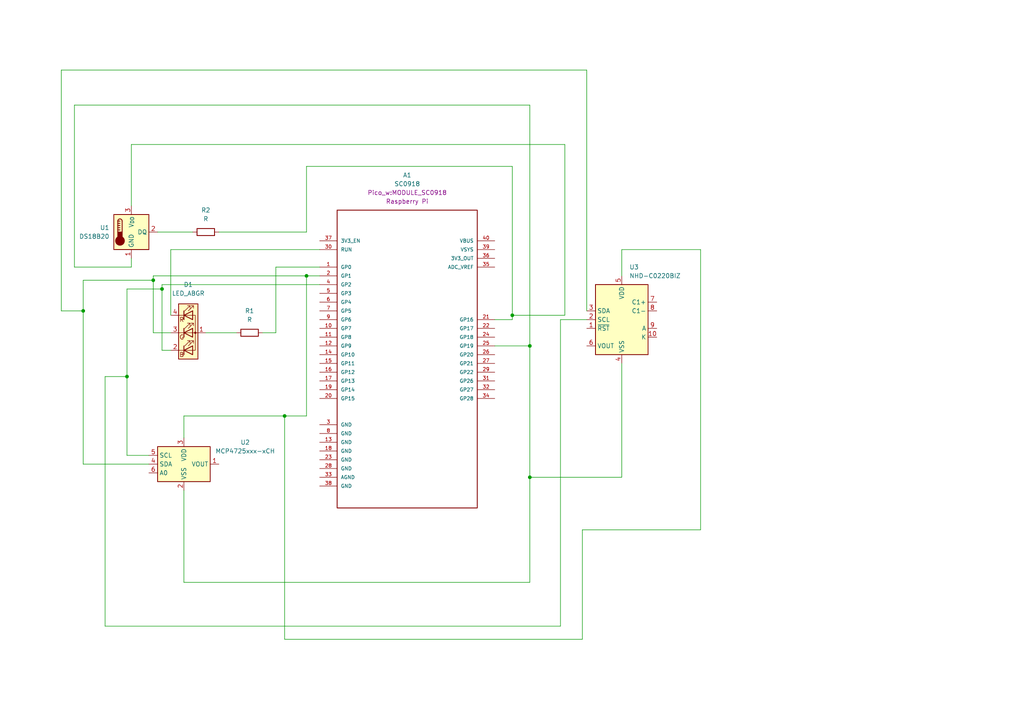
<source format=kicad_sch>
(kicad_sch
	(version 20231120)
	(generator "eeschema")
	(generator_version "8.0")
	(uuid "9bd46895-76e2-40b0-ac67-55dcf9e81cc9")
	(paper "A4")
	(lib_symbols
		(symbol "Analog_DAC:MCP4725xxx-xCH"
			(exclude_from_sim no)
			(in_bom yes)
			(on_board yes)
			(property "Reference" "U"
				(at -6.35 6.35 0)
				(effects
					(font
						(size 1.27 1.27)
					)
				)
			)
			(property "Value" "MCP4725xxx-xCH"
				(at 8.89 6.35 0)
				(effects
					(font
						(size 1.27 1.27)
					)
				)
			)
			(property "Footprint" "Package_TO_SOT_SMD:SOT-23-6"
				(at 0 -6.35 0)
				(effects
					(font
						(size 1.27 1.27)
					)
					(hide yes)
				)
			)
			(property "Datasheet" "http://ww1.microchip.com/downloads/en/DeviceDoc/22039d.pdf"
				(at 0 0 0)
				(effects
					(font
						(size 1.27 1.27)
					)
					(hide yes)
				)
			)
			(property "Description" "12-bit Digital-to-Analog Converter, integrated EEPROM, I2C interface, SOT-23-6"
				(at 0 0 0)
				(effects
					(font
						(size 1.27 1.27)
					)
					(hide yes)
				)
			)
			(property "ki_keywords" "dac twi"
				(at 0 0 0)
				(effects
					(font
						(size 1.27 1.27)
					)
					(hide yes)
				)
			)
			(property "ki_fp_filters" "SOT?23*"
				(at 0 0 0)
				(effects
					(font
						(size 1.27 1.27)
					)
					(hide yes)
				)
			)
			(symbol "MCP4725xxx-xCH_0_1"
				(rectangle
					(start -7.62 5.08)
					(end 7.62 -5.08)
					(stroke
						(width 0.254)
						(type default)
					)
					(fill
						(type background)
					)
				)
			)
			(symbol "MCP4725xxx-xCH_1_1"
				(pin output line
					(at 10.16 0 180)
					(length 2.54)
					(name "VOUT"
						(effects
							(font
								(size 1.27 1.27)
							)
						)
					)
					(number "1"
						(effects
							(font
								(size 1.27 1.27)
							)
						)
					)
				)
				(pin power_in line
					(at 0 -7.62 90)
					(length 2.54)
					(name "VSS"
						(effects
							(font
								(size 1.27 1.27)
							)
						)
					)
					(number "2"
						(effects
							(font
								(size 1.27 1.27)
							)
						)
					)
				)
				(pin power_in line
					(at 0 7.62 270)
					(length 2.54)
					(name "VDD"
						(effects
							(font
								(size 1.27 1.27)
							)
						)
					)
					(number "3"
						(effects
							(font
								(size 1.27 1.27)
							)
						)
					)
				)
				(pin bidirectional line
					(at -10.16 0 0)
					(length 2.54)
					(name "SDA"
						(effects
							(font
								(size 1.27 1.27)
							)
						)
					)
					(number "4"
						(effects
							(font
								(size 1.27 1.27)
							)
						)
					)
				)
				(pin input line
					(at -10.16 2.54 0)
					(length 2.54)
					(name "SCL"
						(effects
							(font
								(size 1.27 1.27)
							)
						)
					)
					(number "5"
						(effects
							(font
								(size 1.27 1.27)
							)
						)
					)
				)
				(pin input line
					(at -10.16 -2.54 0)
					(length 2.54)
					(name "A0"
						(effects
							(font
								(size 1.27 1.27)
							)
						)
					)
					(number "6"
						(effects
							(font
								(size 1.27 1.27)
							)
						)
					)
				)
			)
		)
		(symbol "Device:LED_ABGR"
			(pin_names
				(offset 0) hide)
			(exclude_from_sim no)
			(in_bom yes)
			(on_board yes)
			(property "Reference" "D"
				(at 0 9.398 0)
				(effects
					(font
						(size 1.27 1.27)
					)
				)
			)
			(property "Value" "LED_ABGR"
				(at 0 -8.89 0)
				(effects
					(font
						(size 1.27 1.27)
					)
				)
			)
			(property "Footprint" ""
				(at 0 -1.27 0)
				(effects
					(font
						(size 1.27 1.27)
					)
					(hide yes)
				)
			)
			(property "Datasheet" "~"
				(at 0 -1.27 0)
				(effects
					(font
						(size 1.27 1.27)
					)
					(hide yes)
				)
			)
			(property "Description" "RGB LED, anode/blue/green/red"
				(at 0 0 0)
				(effects
					(font
						(size 1.27 1.27)
					)
					(hide yes)
				)
			)
			(property "ki_keywords" "LED RGB diode"
				(at 0 0 0)
				(effects
					(font
						(size 1.27 1.27)
					)
					(hide yes)
				)
			)
			(property "ki_fp_filters" "LED* LED_SMD:* LED_THT:*"
				(at 0 0 0)
				(effects
					(font
						(size 1.27 1.27)
					)
					(hide yes)
				)
			)
			(symbol "LED_ABGR_0_0"
				(text "B"
					(at -1.905 -6.35 0)
					(effects
						(font
							(size 1.27 1.27)
						)
					)
				)
				(text "G"
					(at -1.905 -1.27 0)
					(effects
						(font
							(size 1.27 1.27)
						)
					)
				)
				(text "R"
					(at -1.905 3.81 0)
					(effects
						(font
							(size 1.27 1.27)
						)
					)
				)
			)
			(symbol "LED_ABGR_0_1"
				(polyline
					(pts
						(xy -1.27 -5.08) (xy -2.54 -5.08)
					)
					(stroke
						(width 0)
						(type default)
					)
					(fill
						(type none)
					)
				)
				(polyline
					(pts
						(xy -1.27 -5.08) (xy 1.27 -5.08)
					)
					(stroke
						(width 0)
						(type default)
					)
					(fill
						(type none)
					)
				)
				(polyline
					(pts
						(xy -1.27 -3.81) (xy -1.27 -6.35)
					)
					(stroke
						(width 0.254)
						(type default)
					)
					(fill
						(type none)
					)
				)
				(polyline
					(pts
						(xy -1.27 0) (xy -2.54 0)
					)
					(stroke
						(width 0)
						(type default)
					)
					(fill
						(type none)
					)
				)
				(polyline
					(pts
						(xy -1.27 1.27) (xy -1.27 -1.27)
					)
					(stroke
						(width 0.254)
						(type default)
					)
					(fill
						(type none)
					)
				)
				(polyline
					(pts
						(xy -1.27 5.08) (xy -2.54 5.08)
					)
					(stroke
						(width 0)
						(type default)
					)
					(fill
						(type none)
					)
				)
				(polyline
					(pts
						(xy -1.27 5.08) (xy 1.27 5.08)
					)
					(stroke
						(width 0)
						(type default)
					)
					(fill
						(type none)
					)
				)
				(polyline
					(pts
						(xy -1.27 6.35) (xy -1.27 3.81)
					)
					(stroke
						(width 0.254)
						(type default)
					)
					(fill
						(type none)
					)
				)
				(polyline
					(pts
						(xy 1.27 0) (xy -1.27 0)
					)
					(stroke
						(width 0)
						(type default)
					)
					(fill
						(type none)
					)
				)
				(polyline
					(pts
						(xy 1.27 0) (xy 2.54 0)
					)
					(stroke
						(width 0)
						(type default)
					)
					(fill
						(type none)
					)
				)
				(polyline
					(pts
						(xy -1.27 1.27) (xy -1.27 -1.27) (xy -1.27 -1.27)
					)
					(stroke
						(width 0)
						(type default)
					)
					(fill
						(type none)
					)
				)
				(polyline
					(pts
						(xy -1.27 6.35) (xy -1.27 3.81) (xy -1.27 3.81)
					)
					(stroke
						(width 0)
						(type default)
					)
					(fill
						(type none)
					)
				)
				(polyline
					(pts
						(xy 1.27 -5.08) (xy 2.032 -5.08) (xy 2.032 5.08) (xy 1.27 5.08)
					)
					(stroke
						(width 0)
						(type default)
					)
					(fill
						(type none)
					)
				)
				(polyline
					(pts
						(xy 1.27 -3.81) (xy 1.27 -6.35) (xy -1.27 -5.08) (xy 1.27 -3.81)
					)
					(stroke
						(width 0.254)
						(type default)
					)
					(fill
						(type none)
					)
				)
				(polyline
					(pts
						(xy 1.27 1.27) (xy 1.27 -1.27) (xy -1.27 0) (xy 1.27 1.27)
					)
					(stroke
						(width 0.254)
						(type default)
					)
					(fill
						(type none)
					)
				)
				(polyline
					(pts
						(xy 1.27 6.35) (xy 1.27 3.81) (xy -1.27 5.08) (xy 1.27 6.35)
					)
					(stroke
						(width 0.254)
						(type default)
					)
					(fill
						(type none)
					)
				)
				(polyline
					(pts
						(xy -1.016 -3.81) (xy 0.508 -2.286) (xy -0.254 -2.286) (xy 0.508 -2.286) (xy 0.508 -3.048)
					)
					(stroke
						(width 0)
						(type default)
					)
					(fill
						(type none)
					)
				)
				(polyline
					(pts
						(xy -1.016 1.27) (xy 0.508 2.794) (xy -0.254 2.794) (xy 0.508 2.794) (xy 0.508 2.032)
					)
					(stroke
						(width 0)
						(type default)
					)
					(fill
						(type none)
					)
				)
				(polyline
					(pts
						(xy -1.016 6.35) (xy 0.508 7.874) (xy -0.254 7.874) (xy 0.508 7.874) (xy 0.508 7.112)
					)
					(stroke
						(width 0)
						(type default)
					)
					(fill
						(type none)
					)
				)
				(polyline
					(pts
						(xy 0 -3.81) (xy 1.524 -2.286) (xy 0.762 -2.286) (xy 1.524 -2.286) (xy 1.524 -3.048)
					)
					(stroke
						(width 0)
						(type default)
					)
					(fill
						(type none)
					)
				)
				(polyline
					(pts
						(xy 0 1.27) (xy 1.524 2.794) (xy 0.762 2.794) (xy 1.524 2.794) (xy 1.524 2.032)
					)
					(stroke
						(width 0)
						(type default)
					)
					(fill
						(type none)
					)
				)
				(polyline
					(pts
						(xy 0 6.35) (xy 1.524 7.874) (xy 0.762 7.874) (xy 1.524 7.874) (xy 1.524 7.112)
					)
					(stroke
						(width 0)
						(type default)
					)
					(fill
						(type none)
					)
				)
				(rectangle
					(start 1.27 -1.27)
					(end 1.27 1.27)
					(stroke
						(width 0)
						(type default)
					)
					(fill
						(type none)
					)
				)
				(rectangle
					(start 1.27 1.27)
					(end 1.27 1.27)
					(stroke
						(width 0)
						(type default)
					)
					(fill
						(type none)
					)
				)
				(rectangle
					(start 1.27 3.81)
					(end 1.27 6.35)
					(stroke
						(width 0)
						(type default)
					)
					(fill
						(type none)
					)
				)
				(rectangle
					(start 1.27 6.35)
					(end 1.27 6.35)
					(stroke
						(width 0)
						(type default)
					)
					(fill
						(type none)
					)
				)
				(circle
					(center 2.032 0)
					(radius 0.254)
					(stroke
						(width 0)
						(type default)
					)
					(fill
						(type outline)
					)
				)
				(rectangle
					(start 2.794 8.382)
					(end -2.794 -7.62)
					(stroke
						(width 0.254)
						(type default)
					)
					(fill
						(type background)
					)
				)
			)
			(symbol "LED_ABGR_1_1"
				(pin passive line
					(at 5.08 0 180)
					(length 2.54)
					(name "A"
						(effects
							(font
								(size 1.27 1.27)
							)
						)
					)
					(number "1"
						(effects
							(font
								(size 1.27 1.27)
							)
						)
					)
				)
				(pin passive line
					(at -5.08 -5.08 0)
					(length 2.54)
					(name "BK"
						(effects
							(font
								(size 1.27 1.27)
							)
						)
					)
					(number "2"
						(effects
							(font
								(size 1.27 1.27)
							)
						)
					)
				)
				(pin passive line
					(at -5.08 0 0)
					(length 2.54)
					(name "GK"
						(effects
							(font
								(size 1.27 1.27)
							)
						)
					)
					(number "3"
						(effects
							(font
								(size 1.27 1.27)
							)
						)
					)
				)
				(pin passive line
					(at -5.08 5.08 0)
					(length 2.54)
					(name "RK"
						(effects
							(font
								(size 1.27 1.27)
							)
						)
					)
					(number "4"
						(effects
							(font
								(size 1.27 1.27)
							)
						)
					)
				)
			)
		)
		(symbol "Device:R"
			(pin_numbers hide)
			(pin_names
				(offset 0)
			)
			(exclude_from_sim no)
			(in_bom yes)
			(on_board yes)
			(property "Reference" "R"
				(at 2.032 0 90)
				(effects
					(font
						(size 1.27 1.27)
					)
				)
			)
			(property "Value" "R"
				(at 0 0 90)
				(effects
					(font
						(size 1.27 1.27)
					)
				)
			)
			(property "Footprint" ""
				(at -1.778 0 90)
				(effects
					(font
						(size 1.27 1.27)
					)
					(hide yes)
				)
			)
			(property "Datasheet" "~"
				(at 0 0 0)
				(effects
					(font
						(size 1.27 1.27)
					)
					(hide yes)
				)
			)
			(property "Description" "Resistor"
				(at 0 0 0)
				(effects
					(font
						(size 1.27 1.27)
					)
					(hide yes)
				)
			)
			(property "ki_keywords" "R res resistor"
				(at 0 0 0)
				(effects
					(font
						(size 1.27 1.27)
					)
					(hide yes)
				)
			)
			(property "ki_fp_filters" "R_*"
				(at 0 0 0)
				(effects
					(font
						(size 1.27 1.27)
					)
					(hide yes)
				)
			)
			(symbol "R_0_1"
				(rectangle
					(start -1.016 -2.54)
					(end 1.016 2.54)
					(stroke
						(width 0.254)
						(type default)
					)
					(fill
						(type none)
					)
				)
			)
			(symbol "R_1_1"
				(pin passive line
					(at 0 3.81 270)
					(length 1.27)
					(name "~"
						(effects
							(font
								(size 1.27 1.27)
							)
						)
					)
					(number "1"
						(effects
							(font
								(size 1.27 1.27)
							)
						)
					)
				)
				(pin passive line
					(at 0 -3.81 90)
					(length 1.27)
					(name "~"
						(effects
							(font
								(size 1.27 1.27)
							)
						)
					)
					(number "2"
						(effects
							(font
								(size 1.27 1.27)
							)
						)
					)
				)
			)
		)
		(symbol "Display_Character:NHD-C0220BIZ"
			(exclude_from_sim no)
			(in_bom yes)
			(on_board yes)
			(property "Reference" "U"
				(at -6.35 11.43 0)
				(effects
					(font
						(size 1.27 1.27)
					)
				)
			)
			(property "Value" "NHD-C0220BIZ"
				(at 8.89 11.43 0)
				(effects
					(font
						(size 1.27 1.27)
					)
				)
			)
			(property "Footprint" "Display:NHD-C0220BiZ"
				(at 0 -15.24 0)
				(effects
					(font
						(size 1.27 1.27)
					)
					(hide yes)
				)
			)
			(property "Datasheet" "http://www.newhavendisplay.com/specs/NHD-C0220BiZ-FSW-FBW-3V3M.pdf"
				(at -7.62 15.24 0)
				(effects
					(font
						(size 1.27 1.27)
					)
					(hide yes)
				)
			)
			(property "Description" "LCD 20x2 Alphanumeric 10pin Blue/White/Green Backlight, i2c, 3.3V VDD"
				(at 0 0 0)
				(effects
					(font
						(size 1.27 1.27)
					)
					(hide yes)
				)
			)
			(property "ki_keywords" "display LCD 20x2"
				(at 0 0 0)
				(effects
					(font
						(size 1.27 1.27)
					)
					(hide yes)
				)
			)
			(property "ki_fp_filters" "NHD*C0220BiZ*"
				(at 0 0 0)
				(effects
					(font
						(size 1.27 1.27)
					)
					(hide yes)
				)
			)
			(symbol "NHD-C0220BIZ_0_1"
				(rectangle
					(start -7.62 10.16)
					(end 7.62 -10.16)
					(stroke
						(width 0.254)
						(type default)
					)
					(fill
						(type background)
					)
				)
			)
			(symbol "NHD-C0220BIZ_1_1"
				(pin input line
					(at -10.16 -2.54 0)
					(length 2.54)
					(name "~{RST}"
						(effects
							(font
								(size 1.27 1.27)
							)
						)
					)
					(number "1"
						(effects
							(font
								(size 1.27 1.27)
							)
						)
					)
				)
				(pin passive line
					(at 10.16 -5.08 180)
					(length 2.54)
					(name "K"
						(effects
							(font
								(size 1.27 1.27)
							)
						)
					)
					(number "10"
						(effects
							(font
								(size 1.27 1.27)
							)
						)
					)
				)
				(pin input line
					(at -10.16 0 0)
					(length 2.54)
					(name "SCL"
						(effects
							(font
								(size 1.27 1.27)
							)
						)
					)
					(number "2"
						(effects
							(font
								(size 1.27 1.27)
							)
						)
					)
				)
				(pin bidirectional line
					(at -10.16 2.54 0)
					(length 2.54)
					(name "SDA"
						(effects
							(font
								(size 1.27 1.27)
							)
						)
					)
					(number "3"
						(effects
							(font
								(size 1.27 1.27)
							)
						)
					)
				)
				(pin power_in line
					(at 0 -12.7 90)
					(length 2.54)
					(name "VSS"
						(effects
							(font
								(size 1.27 1.27)
							)
						)
					)
					(number "4"
						(effects
							(font
								(size 1.27 1.27)
							)
						)
					)
				)
				(pin power_in line
					(at 0 12.7 270)
					(length 2.54)
					(name "VDD"
						(effects
							(font
								(size 1.27 1.27)
							)
						)
					)
					(number "5"
						(effects
							(font
								(size 1.27 1.27)
							)
						)
					)
				)
				(pin passive line
					(at -10.16 -7.62 0)
					(length 2.54)
					(name "VOUT"
						(effects
							(font
								(size 1.27 1.27)
							)
						)
					)
					(number "6"
						(effects
							(font
								(size 1.27 1.27)
							)
						)
					)
				)
				(pin passive line
					(at 10.16 5.08 180)
					(length 2.54)
					(name "C1+"
						(effects
							(font
								(size 1.27 1.27)
							)
						)
					)
					(number "7"
						(effects
							(font
								(size 1.27 1.27)
							)
						)
					)
				)
				(pin passive line
					(at 10.16 2.54 180)
					(length 2.54)
					(name "C1-"
						(effects
							(font
								(size 1.27 1.27)
							)
						)
					)
					(number "8"
						(effects
							(font
								(size 1.27 1.27)
							)
						)
					)
				)
				(pin passive line
					(at 10.16 -2.54 180)
					(length 2.54)
					(name "A"
						(effects
							(font
								(size 1.27 1.27)
							)
						)
					)
					(number "9"
						(effects
							(font
								(size 1.27 1.27)
							)
						)
					)
				)
			)
		)
		(symbol "Pico_w:SC0918"
			(pin_names
				(offset 1.016)
			)
			(exclude_from_sim no)
			(in_bom yes)
			(on_board yes)
			(property "Reference" "A1"
				(at 0 58.42 0)
				(effects
					(font
						(size 1.27 1.27)
					)
				)
			)
			(property "Value" "SC0918"
				(at 0 55.88 0)
				(effects
					(font
						(size 1.27 1.27)
					)
				)
			)
			(property "Footprint" "Pico_w:MODULE_SC0918"
				(at -12.7 -46.99 0)
				(effects
					(font
						(size 1.27 1.27)
					)
					(justify bottom)
				)
			)
			(property "Datasheet" "https://datasheets.raspberrypi.com/picow/pico-w-datasheet.pdf"
				(at -26.67 -49.53 0)
				(effects
					(font
						(size 1.27 1.27)
					)
					(justify left bottom)
					(hide yes)
				)
			)
			(property "Description" ""
				(at 0 0 0)
				(effects
					(font
						(size 1.27 1.27)
					)
					(hide yes)
				)
			)
			(property "manufacturer" "Raspberry Pi"
				(at 0 53.34 0)
				(effects
					(font
						(size 1.27 1.27)
					)
				)
			)
			(property "P/N" "SC0918"
				(at 0 50.8 0)
				(effects
					(font
						(size 1.27 1.27)
					)
					(hide yes)
				)
			)
			(property "PARTREV" "1.6"
				(at 0 48.26 0)
				(effects
					(font
						(size 1.27 1.27)
					)
					(hide yes)
				)
			)
			(property "MAXIMUM_PACKAGE_HEIGHT" "3.73mm"
				(at 0 45.72 0)
				(effects
					(font
						(size 1.27 1.27)
					)
					(hide yes)
				)
			)
			(symbol "SC0918_0_0"
				(rectangle
					(start -20.32 -43.18)
					(end 20.32 43.18)
					(stroke
						(width 0.254)
						(type default)
					)
					(fill
						(type none)
					)
				)
				(pin bidirectional line
					(at -25.4 26.67 0)
					(length 5.08)
					(name "GP0"
						(effects
							(font
								(size 1.016 1.016)
							)
						)
					)
					(number "1"
						(effects
							(font
								(size 1.016 1.016)
							)
						)
					)
				)
				(pin bidirectional line
					(at -25.4 8.89 0)
					(length 5.08)
					(name "GP7"
						(effects
							(font
								(size 1.016 1.016)
							)
						)
					)
					(number "10"
						(effects
							(font
								(size 1.016 1.016)
							)
						)
					)
				)
				(pin bidirectional line
					(at -25.4 6.35 0)
					(length 5.08)
					(name "GP8"
						(effects
							(font
								(size 1.016 1.016)
							)
						)
					)
					(number "11"
						(effects
							(font
								(size 1.016 1.016)
							)
						)
					)
				)
				(pin bidirectional line
					(at -25.4 3.81 0)
					(length 5.08)
					(name "GP9"
						(effects
							(font
								(size 1.016 1.016)
							)
						)
					)
					(number "12"
						(effects
							(font
								(size 1.016 1.016)
							)
						)
					)
				)
				(pin power_in line
					(at -25.4 -24.13 0)
					(length 5.08)
					(name "GND"
						(effects
							(font
								(size 1.016 1.016)
							)
						)
					)
					(number "13"
						(effects
							(font
								(size 1.016 1.016)
							)
						)
					)
				)
				(pin bidirectional line
					(at -25.4 1.27 0)
					(length 5.08)
					(name "GP10"
						(effects
							(font
								(size 1.016 1.016)
							)
						)
					)
					(number "14"
						(effects
							(font
								(size 1.016 1.016)
							)
						)
					)
				)
				(pin bidirectional line
					(at -25.4 -1.27 0)
					(length 5.08)
					(name "GP11"
						(effects
							(font
								(size 1.016 1.016)
							)
						)
					)
					(number "15"
						(effects
							(font
								(size 1.016 1.016)
							)
						)
					)
				)
				(pin bidirectional line
					(at -25.4 -3.81 0)
					(length 5.08)
					(name "GP12"
						(effects
							(font
								(size 1.016 1.016)
							)
						)
					)
					(number "16"
						(effects
							(font
								(size 1.016 1.016)
							)
						)
					)
				)
				(pin bidirectional line
					(at -25.4 -6.35 0)
					(length 5.08)
					(name "GP13"
						(effects
							(font
								(size 1.016 1.016)
							)
						)
					)
					(number "17"
						(effects
							(font
								(size 1.016 1.016)
							)
						)
					)
				)
				(pin power_in line
					(at -25.4 -26.67 0)
					(length 5.08)
					(name "GND"
						(effects
							(font
								(size 1.016 1.016)
							)
						)
					)
					(number "18"
						(effects
							(font
								(size 1.016 1.016)
							)
						)
					)
				)
				(pin bidirectional line
					(at -25.4 -8.89 0)
					(length 5.08)
					(name "GP14"
						(effects
							(font
								(size 1.016 1.016)
							)
						)
					)
					(number "19"
						(effects
							(font
								(size 1.016 1.016)
							)
						)
					)
				)
				(pin bidirectional line
					(at -25.4 24.13 0)
					(length 5.08)
					(name "GP1"
						(effects
							(font
								(size 1.016 1.016)
							)
						)
					)
					(number "2"
						(effects
							(font
								(size 1.016 1.016)
							)
						)
					)
				)
				(pin bidirectional line
					(at -25.4 -11.43 0)
					(length 5.08)
					(name "GP15"
						(effects
							(font
								(size 1.016 1.016)
							)
						)
					)
					(number "20"
						(effects
							(font
								(size 1.016 1.016)
							)
						)
					)
				)
				(pin bidirectional line
					(at 25.4 11.43 180)
					(length 5.08)
					(name "GP16"
						(effects
							(font
								(size 1.016 1.016)
							)
						)
					)
					(number "21"
						(effects
							(font
								(size 1.016 1.016)
							)
						)
					)
				)
				(pin bidirectional line
					(at 25.4 8.89 180)
					(length 5.08)
					(name "GP17"
						(effects
							(font
								(size 1.016 1.016)
							)
						)
					)
					(number "22"
						(effects
							(font
								(size 1.016 1.016)
							)
						)
					)
				)
				(pin power_in line
					(at -25.4 -29.21 0)
					(length 5.08)
					(name "GND"
						(effects
							(font
								(size 1.016 1.016)
							)
						)
					)
					(number "23"
						(effects
							(font
								(size 1.016 1.016)
							)
						)
					)
				)
				(pin bidirectional line
					(at 25.4 6.35 180)
					(length 5.08)
					(name "GP18"
						(effects
							(font
								(size 1.016 1.016)
							)
						)
					)
					(number "24"
						(effects
							(font
								(size 1.016 1.016)
							)
						)
					)
				)
				(pin bidirectional line
					(at 25.4 3.81 180)
					(length 5.08)
					(name "GP19"
						(effects
							(font
								(size 1.016 1.016)
							)
						)
					)
					(number "25"
						(effects
							(font
								(size 1.016 1.016)
							)
						)
					)
				)
				(pin bidirectional line
					(at 25.4 1.27 180)
					(length 5.08)
					(name "GP20"
						(effects
							(font
								(size 1.016 1.016)
							)
						)
					)
					(number "26"
						(effects
							(font
								(size 1.016 1.016)
							)
						)
					)
				)
				(pin bidirectional line
					(at 25.4 -1.27 180)
					(length 5.08)
					(name "GP21"
						(effects
							(font
								(size 1.016 1.016)
							)
						)
					)
					(number "27"
						(effects
							(font
								(size 1.016 1.016)
							)
						)
					)
				)
				(pin power_in line
					(at -25.4 -31.75 0)
					(length 5.08)
					(name "GND"
						(effects
							(font
								(size 1.016 1.016)
							)
						)
					)
					(number "28"
						(effects
							(font
								(size 1.016 1.016)
							)
						)
					)
				)
				(pin bidirectional line
					(at 25.4 -3.81 180)
					(length 5.08)
					(name "GP22"
						(effects
							(font
								(size 1.016 1.016)
							)
						)
					)
					(number "29"
						(effects
							(font
								(size 1.016 1.016)
							)
						)
					)
				)
				(pin power_in line
					(at -25.4 -19.05 0)
					(length 5.08)
					(name "GND"
						(effects
							(font
								(size 1.016 1.016)
							)
						)
					)
					(number "3"
						(effects
							(font
								(size 1.016 1.016)
							)
						)
					)
				)
				(pin input line
					(at -25.4 31.75 0)
					(length 5.08)
					(name "RUN"
						(effects
							(font
								(size 1.016 1.016)
							)
						)
					)
					(number "30"
						(effects
							(font
								(size 1.016 1.016)
							)
						)
					)
				)
				(pin bidirectional line
					(at 25.4 -6.35 180)
					(length 5.08)
					(name "GP26"
						(effects
							(font
								(size 1.016 1.016)
							)
						)
					)
					(number "31"
						(effects
							(font
								(size 1.016 1.016)
							)
						)
					)
				)
				(pin bidirectional line
					(at 25.4 -8.89 180)
					(length 5.08)
					(name "GP27"
						(effects
							(font
								(size 1.016 1.016)
							)
						)
					)
					(number "32"
						(effects
							(font
								(size 1.016 1.016)
							)
						)
					)
				)
				(pin power_in line
					(at -25.4 -34.29 0)
					(length 5.08)
					(name "AGND"
						(effects
							(font
								(size 1.016 1.016)
							)
						)
					)
					(number "33"
						(effects
							(font
								(size 1.016 1.016)
							)
						)
					)
				)
				(pin bidirectional line
					(at 25.4 -11.43 180)
					(length 5.08)
					(name "GP28"
						(effects
							(font
								(size 1.016 1.016)
							)
						)
					)
					(number "34"
						(effects
							(font
								(size 1.016 1.016)
							)
						)
					)
				)
				(pin power_in line
					(at 25.4 26.67 180)
					(length 5.08)
					(name "ADC_VREF"
						(effects
							(font
								(size 1.016 1.016)
							)
						)
					)
					(number "35"
						(effects
							(font
								(size 1.016 1.016)
							)
						)
					)
				)
				(pin power_in line
					(at 25.4 29.21 180)
					(length 5.08)
					(name "3V3_OUT"
						(effects
							(font
								(size 1.016 1.016)
							)
						)
					)
					(number "36"
						(effects
							(font
								(size 1.016 1.016)
							)
						)
					)
				)
				(pin input line
					(at -25.4 34.29 0)
					(length 5.08)
					(name "3V3_EN"
						(effects
							(font
								(size 1.016 1.016)
							)
						)
					)
					(number "37"
						(effects
							(font
								(size 1.016 1.016)
							)
						)
					)
				)
				(pin power_in line
					(at -25.4 -36.83 0)
					(length 5.08)
					(name "GND"
						(effects
							(font
								(size 1.016 1.016)
							)
						)
					)
					(number "38"
						(effects
							(font
								(size 1.016 1.016)
							)
						)
					)
				)
				(pin free line
					(at 25.4 31.75 180)
					(length 5.08)
					(name "VSYS"
						(effects
							(font
								(size 1.016 1.016)
							)
						)
					)
					(number "39"
						(effects
							(font
								(size 1.016 1.016)
							)
						)
					)
				)
				(pin bidirectional line
					(at -25.4 21.59 0)
					(length 5.08)
					(name "GP2"
						(effects
							(font
								(size 1.016 1.016)
							)
						)
					)
					(number "4"
						(effects
							(font
								(size 1.016 1.016)
							)
						)
					)
				)
				(pin free line
					(at 25.4 34.29 180)
					(length 5.08)
					(name "VBUS"
						(effects
							(font
								(size 1.016 1.016)
							)
						)
					)
					(number "40"
						(effects
							(font
								(size 1.016 1.016)
							)
						)
					)
				)
				(pin bidirectional line
					(at -25.4 19.05 0)
					(length 5.08)
					(name "GP3"
						(effects
							(font
								(size 1.016 1.016)
							)
						)
					)
					(number "5"
						(effects
							(font
								(size 1.016 1.016)
							)
						)
					)
				)
				(pin bidirectional line
					(at -25.4 16.51 0)
					(length 5.08)
					(name "GP4"
						(effects
							(font
								(size 1.016 1.016)
							)
						)
					)
					(number "6"
						(effects
							(font
								(size 1.016 1.016)
							)
						)
					)
				)
				(pin bidirectional line
					(at -25.4 13.97 0)
					(length 5.08)
					(name "GP5"
						(effects
							(font
								(size 1.016 1.016)
							)
						)
					)
					(number "7"
						(effects
							(font
								(size 1.016 1.016)
							)
						)
					)
				)
				(pin power_in line
					(at -25.4 -21.59 0)
					(length 5.08)
					(name "GND"
						(effects
							(font
								(size 1.016 1.016)
							)
						)
					)
					(number "8"
						(effects
							(font
								(size 1.016 1.016)
							)
						)
					)
				)
				(pin bidirectional line
					(at -25.4 11.43 0)
					(length 5.08)
					(name "GP6"
						(effects
							(font
								(size 1.016 1.016)
							)
						)
					)
					(number "9"
						(effects
							(font
								(size 1.016 1.016)
							)
						)
					)
				)
			)
		)
		(symbol "Sensor_Temperature:DS18B20"
			(exclude_from_sim no)
			(in_bom yes)
			(on_board yes)
			(property "Reference" "U"
				(at -3.81 6.35 0)
				(effects
					(font
						(size 1.27 1.27)
					)
				)
			)
			(property "Value" "DS18B20"
				(at 6.35 6.35 0)
				(effects
					(font
						(size 1.27 1.27)
					)
				)
			)
			(property "Footprint" "Package_TO_SOT_THT:TO-92_Inline"
				(at -25.4 -6.35 0)
				(effects
					(font
						(size 1.27 1.27)
					)
					(hide yes)
				)
			)
			(property "Datasheet" "http://datasheets.maximintegrated.com/en/ds/DS18B20.pdf"
				(at -3.81 6.35 0)
				(effects
					(font
						(size 1.27 1.27)
					)
					(hide yes)
				)
			)
			(property "Description" "Programmable Resolution 1-Wire Digital Thermometer TO-92"
				(at 0 0 0)
				(effects
					(font
						(size 1.27 1.27)
					)
					(hide yes)
				)
			)
			(property "ki_keywords" "OneWire 1Wire Dallas Maxim"
				(at 0 0 0)
				(effects
					(font
						(size 1.27 1.27)
					)
					(hide yes)
				)
			)
			(property "ki_fp_filters" "TO*92*"
				(at 0 0 0)
				(effects
					(font
						(size 1.27 1.27)
					)
					(hide yes)
				)
			)
			(symbol "DS18B20_0_1"
				(rectangle
					(start -5.08 5.08)
					(end 5.08 -5.08)
					(stroke
						(width 0.254)
						(type default)
					)
					(fill
						(type background)
					)
				)
				(circle
					(center -3.302 -2.54)
					(radius 1.27)
					(stroke
						(width 0.254)
						(type default)
					)
					(fill
						(type outline)
					)
				)
				(rectangle
					(start -2.667 -1.905)
					(end -3.937 0)
					(stroke
						(width 0.254)
						(type default)
					)
					(fill
						(type outline)
					)
				)
				(arc
					(start -2.667 3.175)
					(mid -3.302 3.8073)
					(end -3.937 3.175)
					(stroke
						(width 0.254)
						(type default)
					)
					(fill
						(type none)
					)
				)
				(polyline
					(pts
						(xy -3.937 0.635) (xy -3.302 0.635)
					)
					(stroke
						(width 0.254)
						(type default)
					)
					(fill
						(type none)
					)
				)
				(polyline
					(pts
						(xy -3.937 1.27) (xy -3.302 1.27)
					)
					(stroke
						(width 0.254)
						(type default)
					)
					(fill
						(type none)
					)
				)
				(polyline
					(pts
						(xy -3.937 1.905) (xy -3.302 1.905)
					)
					(stroke
						(width 0.254)
						(type default)
					)
					(fill
						(type none)
					)
				)
				(polyline
					(pts
						(xy -3.937 2.54) (xy -3.302 2.54)
					)
					(stroke
						(width 0.254)
						(type default)
					)
					(fill
						(type none)
					)
				)
				(polyline
					(pts
						(xy -3.937 3.175) (xy -3.937 0)
					)
					(stroke
						(width 0.254)
						(type default)
					)
					(fill
						(type none)
					)
				)
				(polyline
					(pts
						(xy -3.937 3.175) (xy -3.302 3.175)
					)
					(stroke
						(width 0.254)
						(type default)
					)
					(fill
						(type none)
					)
				)
				(polyline
					(pts
						(xy -2.667 3.175) (xy -2.667 0)
					)
					(stroke
						(width 0.254)
						(type default)
					)
					(fill
						(type none)
					)
				)
			)
			(symbol "DS18B20_1_1"
				(pin power_in line
					(at 0 -7.62 90)
					(length 2.54)
					(name "GND"
						(effects
							(font
								(size 1.27 1.27)
							)
						)
					)
					(number "1"
						(effects
							(font
								(size 1.27 1.27)
							)
						)
					)
				)
				(pin bidirectional line
					(at 7.62 0 180)
					(length 2.54)
					(name "DQ"
						(effects
							(font
								(size 1.27 1.27)
							)
						)
					)
					(number "2"
						(effects
							(font
								(size 1.27 1.27)
							)
						)
					)
				)
				(pin power_in line
					(at 0 7.62 270)
					(length 2.54)
					(name "V_{DD}"
						(effects
							(font
								(size 1.27 1.27)
							)
						)
					)
					(number "3"
						(effects
							(font
								(size 1.27 1.27)
							)
						)
					)
				)
			)
		)
	)
	(junction
		(at 36.83 109.22)
		(diameter 0)
		(color 0 0 0 0)
		(uuid "1d0ae9d5-c1e3-4286-8027-5497a1aa8792")
	)
	(junction
		(at 88.9 80.01)
		(diameter 0)
		(color 0 0 0 0)
		(uuid "1ea576f3-df2b-469a-982e-8837be1ed840")
	)
	(junction
		(at 44.45 81.28)
		(diameter 0)
		(color 0 0 0 0)
		(uuid "22c81aad-412e-4304-8122-8ba71b45c8e6")
	)
	(junction
		(at 153.67 138.43)
		(diameter 0)
		(color 0 0 0 0)
		(uuid "45cb8d4b-1252-43e7-b3fc-1c2b5786fae1")
	)
	(junction
		(at 153.67 100.33)
		(diameter 0)
		(color 0 0 0 0)
		(uuid "9850151d-8398-4d3d-80e9-6fd064245dbe")
	)
	(junction
		(at 82.55 120.65)
		(diameter 0)
		(color 0 0 0 0)
		(uuid "be9b8c74-23ab-486f-98fe-a300f231f376")
	)
	(junction
		(at 148.59 91.44)
		(diameter 0)
		(color 0 0 0 0)
		(uuid "c91383a1-1a07-4add-83b6-c677823f22a4")
	)
	(junction
		(at 24.13 90.17)
		(diameter 0)
		(color 0 0 0 0)
		(uuid "d92ae58f-7d59-41cc-8cca-6a17dcf6b8be")
	)
	(junction
		(at 46.99 83.82)
		(diameter 0)
		(color 0 0 0 0)
		(uuid "e20b5670-5290-4277-9f25-2daee0390278")
	)
	(wire
		(pts
			(xy 163.83 41.91) (xy 163.83 91.44)
		)
		(stroke
			(width 0)
			(type default)
		)
		(uuid "02fb2f52-dbe8-4bf7-8e74-c55a311bbd08")
	)
	(wire
		(pts
			(xy 36.83 109.22) (xy 36.83 83.82)
		)
		(stroke
			(width 0)
			(type default)
		)
		(uuid "03f36a2d-97b3-4550-83d0-153dbcf14329")
	)
	(wire
		(pts
			(xy 49.53 72.39) (xy 92.71 72.39)
		)
		(stroke
			(width 0)
			(type default)
		)
		(uuid "0974a266-f53d-40ba-bb22-ebd7605508dc")
	)
	(wire
		(pts
			(xy 153.67 30.48) (xy 153.67 100.33)
		)
		(stroke
			(width 0)
			(type default)
		)
		(uuid "0ca0501a-dda5-4ea9-bb3a-d40440b5aa8f")
	)
	(wire
		(pts
			(xy 88.9 67.31) (xy 88.9 48.26)
		)
		(stroke
			(width 0)
			(type default)
		)
		(uuid "153ca42a-5e41-4646-953c-4cf74a6c3d98")
	)
	(wire
		(pts
			(xy 45.72 67.31) (xy 55.88 67.31)
		)
		(stroke
			(width 0)
			(type default)
		)
		(uuid "17c3f090-322a-47ce-97e0-ab98bb167126")
	)
	(wire
		(pts
			(xy 88.9 120.65) (xy 88.9 80.01)
		)
		(stroke
			(width 0)
			(type default)
		)
		(uuid "17ce6414-a4b2-448e-b831-91064e5edaf7")
	)
	(wire
		(pts
			(xy 76.2 96.52) (xy 80.01 96.52)
		)
		(stroke
			(width 0)
			(type default)
		)
		(uuid "1c893e28-18ed-4fec-8576-21fd09d57ea6")
	)
	(wire
		(pts
			(xy 53.34 142.24) (xy 53.34 168.91)
		)
		(stroke
			(width 0)
			(type default)
		)
		(uuid "1d5f176c-bc17-4bf3-9199-5f100e89b722")
	)
	(wire
		(pts
			(xy 46.99 82.55) (xy 92.71 82.55)
		)
		(stroke
			(width 0)
			(type default)
		)
		(uuid "1f98e748-3e85-4c4c-a454-bdeea2e9697b")
	)
	(wire
		(pts
			(xy 53.34 168.91) (xy 153.67 168.91)
		)
		(stroke
			(width 0)
			(type default)
		)
		(uuid "232728ad-5c24-488c-bccf-3584bb0a208a")
	)
	(wire
		(pts
			(xy 46.99 101.6) (xy 46.99 83.82)
		)
		(stroke
			(width 0)
			(type default)
		)
		(uuid "31bc2b76-d71e-4984-80a1-3e867e96c805")
	)
	(wire
		(pts
			(xy 53.34 127) (xy 53.34 120.65)
		)
		(stroke
			(width 0)
			(type default)
		)
		(uuid "33f0634a-0ff3-47a3-8f26-dd2cba66125d")
	)
	(wire
		(pts
			(xy 63.5 67.31) (xy 88.9 67.31)
		)
		(stroke
			(width 0)
			(type default)
		)
		(uuid "38372227-faee-40e6-a31e-b5458b80a95f")
	)
	(wire
		(pts
			(xy 59.69 96.52) (xy 68.58 96.52)
		)
		(stroke
			(width 0)
			(type default)
		)
		(uuid "391af22a-4a5a-48f9-82ef-a6f36ac58aa6")
	)
	(wire
		(pts
			(xy 170.18 92.71) (xy 162.56 92.71)
		)
		(stroke
			(width 0)
			(type default)
		)
		(uuid "41f2d7d4-fb09-4e9a-bb83-474a3c79da46")
	)
	(wire
		(pts
			(xy 153.67 138.43) (xy 153.67 168.91)
		)
		(stroke
			(width 0)
			(type default)
		)
		(uuid "42718584-9dce-4681-a1f8-5b23b029f5da")
	)
	(wire
		(pts
			(xy 170.18 90.17) (xy 170.18 20.32)
		)
		(stroke
			(width 0)
			(type default)
		)
		(uuid "4b25c64d-500a-4be7-9f53-6fd57146715a")
	)
	(wire
		(pts
			(xy 203.2 72.39) (xy 203.2 153.67)
		)
		(stroke
			(width 0)
			(type default)
		)
		(uuid "554d442b-ec79-4ad7-a455-aaf98bab95e9")
	)
	(wire
		(pts
			(xy 203.2 153.67) (xy 168.91 153.67)
		)
		(stroke
			(width 0)
			(type default)
		)
		(uuid "578fd322-79f6-42fa-88d8-d6af79c0169c")
	)
	(wire
		(pts
			(xy 53.34 120.65) (xy 82.55 120.65)
		)
		(stroke
			(width 0)
			(type default)
		)
		(uuid "5855c94c-cbbf-4be3-a457-76b742e08a7b")
	)
	(wire
		(pts
			(xy 148.59 91.44) (xy 148.59 92.71)
		)
		(stroke
			(width 0)
			(type default)
		)
		(uuid "5a694c68-3dc1-4010-863e-a34ffafd34eb")
	)
	(wire
		(pts
			(xy 148.59 48.26) (xy 148.59 91.44)
		)
		(stroke
			(width 0)
			(type default)
		)
		(uuid "5da866f6-6c02-48a6-a03b-c95e2b6b8b04")
	)
	(wire
		(pts
			(xy 80.01 77.47) (xy 92.71 77.47)
		)
		(stroke
			(width 0)
			(type default)
		)
		(uuid "5f5e9428-f784-4791-ba92-63b5764d9e35")
	)
	(wire
		(pts
			(xy 30.48 181.61) (xy 30.48 109.22)
		)
		(stroke
			(width 0)
			(type default)
		)
		(uuid "610fb748-44be-4e81-8f7d-2897d6a76565")
	)
	(wire
		(pts
			(xy 46.99 83.82) (xy 46.99 82.55)
		)
		(stroke
			(width 0)
			(type default)
		)
		(uuid "698011a1-cd09-47ba-84cc-4b820e0c3e42")
	)
	(wire
		(pts
			(xy 80.01 96.52) (xy 80.01 77.47)
		)
		(stroke
			(width 0)
			(type default)
		)
		(uuid "6b9727a9-73c9-4201-91ad-b661f3495e44")
	)
	(wire
		(pts
			(xy 38.1 74.93) (xy 38.1 77.47)
		)
		(stroke
			(width 0)
			(type default)
		)
		(uuid "6d9c12f7-ed97-49b8-883c-fc3c582b3bae")
	)
	(wire
		(pts
			(xy 43.18 134.62) (xy 24.13 134.62)
		)
		(stroke
			(width 0)
			(type default)
		)
		(uuid "7042ad35-9e5c-4f2e-a4b3-bb1583b22e86")
	)
	(wire
		(pts
			(xy 180.34 72.39) (xy 203.2 72.39)
		)
		(stroke
			(width 0)
			(type default)
		)
		(uuid "71fbe214-9483-42e1-84b1-9272e1775ded")
	)
	(wire
		(pts
			(xy 43.18 132.08) (xy 36.83 132.08)
		)
		(stroke
			(width 0)
			(type default)
		)
		(uuid "72b74592-3f6f-42d7-9306-91a159e2f13b")
	)
	(wire
		(pts
			(xy 17.78 90.17) (xy 24.13 90.17)
		)
		(stroke
			(width 0)
			(type default)
		)
		(uuid "77812ddb-851a-443e-b467-a71034b7dc51")
	)
	(wire
		(pts
			(xy 24.13 81.28) (xy 24.13 90.17)
		)
		(stroke
			(width 0)
			(type default)
		)
		(uuid "781893ec-b567-478e-80a6-9d34b9454c54")
	)
	(wire
		(pts
			(xy 148.59 92.71) (xy 143.51 92.71)
		)
		(stroke
			(width 0)
			(type default)
		)
		(uuid "7ca36cb2-d5e9-418b-bb1a-10ba6d5f743c")
	)
	(wire
		(pts
			(xy 24.13 90.17) (xy 24.13 134.62)
		)
		(stroke
			(width 0)
			(type default)
		)
		(uuid "7cabf1b6-5bc1-432a-8382-c2d142028d6b")
	)
	(wire
		(pts
			(xy 153.67 100.33) (xy 143.51 100.33)
		)
		(stroke
			(width 0)
			(type default)
		)
		(uuid "7d013250-5edd-4746-86cc-586d1c0b5bcf")
	)
	(wire
		(pts
			(xy 49.53 101.6) (xy 46.99 101.6)
		)
		(stroke
			(width 0)
			(type default)
		)
		(uuid "7fa5e587-22ac-4c77-9967-6ec9024ac698")
	)
	(wire
		(pts
			(xy 44.45 81.28) (xy 44.45 80.01)
		)
		(stroke
			(width 0)
			(type default)
		)
		(uuid "82ad3b84-6da6-49af-9915-607fb518c6aa")
	)
	(wire
		(pts
			(xy 44.45 80.01) (xy 88.9 80.01)
		)
		(stroke
			(width 0)
			(type default)
		)
		(uuid "87b8c5be-591c-4cb6-9dc8-26c2cf3bb9ec")
	)
	(wire
		(pts
			(xy 168.91 153.67) (xy 168.91 185.42)
		)
		(stroke
			(width 0)
			(type default)
		)
		(uuid "95249c9a-61c1-422f-b306-13d5fec0a6d6")
	)
	(wire
		(pts
			(xy 38.1 77.47) (xy 21.59 77.47)
		)
		(stroke
			(width 0)
			(type default)
		)
		(uuid "9779c162-ad1d-4371-9d23-03666773b337")
	)
	(wire
		(pts
			(xy 162.56 181.61) (xy 30.48 181.61)
		)
		(stroke
			(width 0)
			(type default)
		)
		(uuid "9cde3497-0561-4e2f-8c44-c9bc66179aa5")
	)
	(wire
		(pts
			(xy 163.83 91.44) (xy 148.59 91.44)
		)
		(stroke
			(width 0)
			(type default)
		)
		(uuid "9d32f5a5-5acd-4300-8bc8-2b6ab3336e25")
	)
	(wire
		(pts
			(xy 153.67 100.33) (xy 153.67 138.43)
		)
		(stroke
			(width 0)
			(type default)
		)
		(uuid "a613a95c-2ead-4e85-9844-5b0eec53d9b3")
	)
	(wire
		(pts
			(xy 21.59 30.48) (xy 153.67 30.48)
		)
		(stroke
			(width 0)
			(type default)
		)
		(uuid "a7a5e668-2915-46e6-9268-6e5d99e8ec1d")
	)
	(wire
		(pts
			(xy 24.13 81.28) (xy 44.45 81.28)
		)
		(stroke
			(width 0)
			(type default)
		)
		(uuid "a8c6d0ee-d4d8-4c6b-a05f-e5ad8734f08c")
	)
	(wire
		(pts
			(xy 38.1 59.69) (xy 38.1 41.91)
		)
		(stroke
			(width 0)
			(type default)
		)
		(uuid "a956d3b4-afbd-4451-9b36-58b5de8c76b2")
	)
	(wire
		(pts
			(xy 49.53 96.52) (xy 44.45 96.52)
		)
		(stroke
			(width 0)
			(type default)
		)
		(uuid "a9bc4055-6975-4bf4-bc39-4467b9e9475f")
	)
	(wire
		(pts
			(xy 180.34 138.43) (xy 153.67 138.43)
		)
		(stroke
			(width 0)
			(type default)
		)
		(uuid "ac7c07cc-2769-4d88-ae08-f8733845b539")
	)
	(wire
		(pts
			(xy 180.34 80.01) (xy 180.34 72.39)
		)
		(stroke
			(width 0)
			(type default)
		)
		(uuid "aca2a21e-47b8-4b47-94c5-44da0db4f56b")
	)
	(wire
		(pts
			(xy 170.18 20.32) (xy 17.78 20.32)
		)
		(stroke
			(width 0)
			(type default)
		)
		(uuid "accf6d09-b7f6-4275-ae39-d5a3d9bd7498")
	)
	(wire
		(pts
			(xy 88.9 80.01) (xy 92.71 80.01)
		)
		(stroke
			(width 0)
			(type default)
		)
		(uuid "b112e460-26ac-46e2-9cb2-670a5eeabe56")
	)
	(wire
		(pts
			(xy 36.83 83.82) (xy 46.99 83.82)
		)
		(stroke
			(width 0)
			(type default)
		)
		(uuid "b47a97d4-6219-483d-8d84-f2aef005c329")
	)
	(wire
		(pts
			(xy 36.83 132.08) (xy 36.83 109.22)
		)
		(stroke
			(width 0)
			(type default)
		)
		(uuid "b5963547-d24f-4e10-a4ec-3a0c2a459421")
	)
	(wire
		(pts
			(xy 49.53 91.44) (xy 49.53 72.39)
		)
		(stroke
			(width 0)
			(type default)
		)
		(uuid "b74ca40e-a5bf-49ba-9f5b-4aa15a4f4d5d")
	)
	(wire
		(pts
			(xy 82.55 120.65) (xy 88.9 120.65)
		)
		(stroke
			(width 0)
			(type default)
		)
		(uuid "b9274878-071e-4e8b-90e7-529f3b2f83af")
	)
	(wire
		(pts
			(xy 88.9 48.26) (xy 148.59 48.26)
		)
		(stroke
			(width 0)
			(type default)
		)
		(uuid "ba5b013d-14f3-4886-a8dd-c060db2a0384")
	)
	(wire
		(pts
			(xy 82.55 185.42) (xy 82.55 120.65)
		)
		(stroke
			(width 0)
			(type default)
		)
		(uuid "bfdc3858-28c1-4d4f-a2dc-f738e36b2bb2")
	)
	(wire
		(pts
			(xy 162.56 92.71) (xy 162.56 181.61)
		)
		(stroke
			(width 0)
			(type default)
		)
		(uuid "d0d24636-6002-4acc-b243-7900a5346b5b")
	)
	(wire
		(pts
			(xy 44.45 96.52) (xy 44.45 81.28)
		)
		(stroke
			(width 0)
			(type default)
		)
		(uuid "d213ae65-d2f9-460e-ae2f-b502254ce753")
	)
	(wire
		(pts
			(xy 21.59 77.47) (xy 21.59 30.48)
		)
		(stroke
			(width 0)
			(type default)
		)
		(uuid "d23df8d9-0ec8-4df2-9165-2c53ee30d2c5")
	)
	(wire
		(pts
			(xy 17.78 20.32) (xy 17.78 90.17)
		)
		(stroke
			(width 0)
			(type default)
		)
		(uuid "d56aad78-9ea3-4307-bb40-424dc77a30f7")
	)
	(wire
		(pts
			(xy 38.1 41.91) (xy 163.83 41.91)
		)
		(stroke
			(width 0)
			(type default)
		)
		(uuid "e6e7e0aa-7097-4090-be9d-a68f6d00398f")
	)
	(wire
		(pts
			(xy 30.48 109.22) (xy 36.83 109.22)
		)
		(stroke
			(width 0)
			(type default)
		)
		(uuid "e8f07499-a87d-470b-bdf4-d8c57ed61f99")
	)
	(wire
		(pts
			(xy 180.34 105.41) (xy 180.34 138.43)
		)
		(stroke
			(width 0)
			(type default)
		)
		(uuid "e97377ce-9fe4-4530-a7d3-4b733d0d207e")
	)
	(wire
		(pts
			(xy 168.91 185.42) (xy 82.55 185.42)
		)
		(stroke
			(width 0)
			(type default)
		)
		(uuid "f73cdb14-9cc4-4384-a0d6-67dc65a1fb8c")
	)
	(symbol
		(lib_id "Device:R")
		(at 72.39 96.52 270)
		(unit 1)
		(exclude_from_sim no)
		(in_bom yes)
		(on_board yes)
		(dnp no)
		(fields_autoplaced yes)
		(uuid "4bddbcd5-179a-43a4-9e0a-9909b00a8332")
		(property "Reference" "R1"
			(at 72.39 90.17 90)
			(effects
				(font
					(size 1.27 1.27)
				)
			)
		)
		(property "Value" "R"
			(at 72.39 92.71 90)
			(effects
				(font
					(size 1.27 1.27)
				)
			)
		)
		(property "Footprint" ""
			(at 72.39 94.742 90)
			(effects
				(font
					(size 1.27 1.27)
				)
				(hide yes)
			)
		)
		(property "Datasheet" "~"
			(at 72.39 96.52 0)
			(effects
				(font
					(size 1.27 1.27)
				)
				(hide yes)
			)
		)
		(property "Description" "Resistor"
			(at 72.39 96.52 0)
			(effects
				(font
					(size 1.27 1.27)
				)
				(hide yes)
			)
		)
		(pin "2"
			(uuid "4c6a5198-ab44-4067-9d8e-e9907b8a3aed")
		)
		(pin "1"
			(uuid "557eb71f-c21e-433b-b2af-89470ebac1a7")
		)
		(instances
			(project "kicad_project"
				(path "/9bd46895-76e2-40b0-ac67-55dcf9e81cc9"
					(reference "R1")
					(unit 1)
				)
			)
		)
	)
	(symbol
		(lib_id "Device:R")
		(at 59.69 67.31 270)
		(unit 1)
		(exclude_from_sim no)
		(in_bom yes)
		(on_board yes)
		(dnp no)
		(fields_autoplaced yes)
		(uuid "6383aec5-51ec-47c3-a20d-25aa17897dca")
		(property "Reference" "R2"
			(at 59.69 60.96 90)
			(effects
				(font
					(size 1.27 1.27)
				)
			)
		)
		(property "Value" "R"
			(at 59.69 63.5 90)
			(effects
				(font
					(size 1.27 1.27)
				)
			)
		)
		(property "Footprint" ""
			(at 59.69 65.532 90)
			(effects
				(font
					(size 1.27 1.27)
				)
				(hide yes)
			)
		)
		(property "Datasheet" "~"
			(at 59.69 67.31 0)
			(effects
				(font
					(size 1.27 1.27)
				)
				(hide yes)
			)
		)
		(property "Description" "Resistor"
			(at 59.69 67.31 0)
			(effects
				(font
					(size 1.27 1.27)
				)
				(hide yes)
			)
		)
		(pin "2"
			(uuid "93a5d150-0b83-4663-a7a8-ec3bf075f9d6")
		)
		(pin "1"
			(uuid "5daa6569-337e-4c8a-bf23-f6bbd48d1b55")
		)
		(instances
			(project "kicad_project"
				(path "/9bd46895-76e2-40b0-ac67-55dcf9e81cc9"
					(reference "R2")
					(unit 1)
				)
			)
		)
	)
	(symbol
		(lib_id "Analog_DAC:MCP4725xxx-xCH")
		(at 53.34 134.62 0)
		(unit 1)
		(exclude_from_sim no)
		(in_bom yes)
		(on_board yes)
		(dnp no)
		(fields_autoplaced yes)
		(uuid "9c36dcce-6e08-4ef2-a2be-3af4c27f047c")
		(property "Reference" "U2"
			(at 71.12 128.3014 0)
			(effects
				(font
					(size 1.27 1.27)
				)
			)
		)
		(property "Value" "MCP4725xxx-xCH"
			(at 71.12 130.8414 0)
			(effects
				(font
					(size 1.27 1.27)
				)
			)
		)
		(property "Footprint" "Package_TO_SOT_SMD:SOT-23-6"
			(at 53.34 140.97 0)
			(effects
				(font
					(size 1.27 1.27)
				)
				(hide yes)
			)
		)
		(property "Datasheet" "http://ww1.microchip.com/downloads/en/DeviceDoc/22039d.pdf"
			(at 53.34 134.62 0)
			(effects
				(font
					(size 1.27 1.27)
				)
				(hide yes)
			)
		)
		(property "Description" "12-bit Digital-to-Analog Converter, integrated EEPROM, I2C interface, SOT-23-6"
			(at 53.34 134.62 0)
			(effects
				(font
					(size 1.27 1.27)
				)
				(hide yes)
			)
		)
		(pin "3"
			(uuid "0b67292b-ec6b-4561-9d64-c917f43e8fa9")
		)
		(pin "6"
			(uuid "5d0ae49c-2f71-48e5-8de7-0148e398cb66")
		)
		(pin "2"
			(uuid "3788ecaa-7baa-42d6-b69d-2190c0f4e236")
		)
		(pin "4"
			(uuid "5577d22d-dee4-41ad-a02c-3da1c6a9b7b5")
		)
		(pin "1"
			(uuid "c2c1057b-a407-4fc8-8137-d580c0720572")
		)
		(pin "5"
			(uuid "81b36343-8759-41f2-9fcc-52abb2ce884b")
		)
		(instances
			(project "kicad_project"
				(path "/9bd46895-76e2-40b0-ac67-55dcf9e81cc9"
					(reference "U2")
					(unit 1)
				)
			)
		)
	)
	(symbol
		(lib_id "Sensor_Temperature:DS18B20")
		(at 38.1 67.31 0)
		(unit 1)
		(exclude_from_sim no)
		(in_bom yes)
		(on_board yes)
		(dnp no)
		(fields_autoplaced yes)
		(uuid "a66e050a-0227-40f7-a676-c992d6610ae3")
		(property "Reference" "U1"
			(at 31.75 66.0399 0)
			(effects
				(font
					(size 1.27 1.27)
				)
				(justify right)
			)
		)
		(property "Value" "DS18B20"
			(at 31.75 68.5799 0)
			(effects
				(font
					(size 1.27 1.27)
				)
				(justify right)
			)
		)
		(property "Footprint" "Package_TO_SOT_THT:TO-92_Inline"
			(at 12.7 73.66 0)
			(effects
				(font
					(size 1.27 1.27)
				)
				(hide yes)
			)
		)
		(property "Datasheet" "http://datasheets.maximintegrated.com/en/ds/DS18B20.pdf"
			(at 34.29 60.96 0)
			(effects
				(font
					(size 1.27 1.27)
				)
				(hide yes)
			)
		)
		(property "Description" "Programmable Resolution 1-Wire Digital Thermometer TO-92"
			(at 38.1 67.31 0)
			(effects
				(font
					(size 1.27 1.27)
				)
				(hide yes)
			)
		)
		(pin "3"
			(uuid "7183bd1e-0066-456c-9e03-2ffdf981b03f")
		)
		(pin "1"
			(uuid "937ebe25-6a1a-44f7-8a2c-8aa613903b6c")
		)
		(pin "2"
			(uuid "c344c6b1-015e-4d67-8a7a-3221e5246545")
		)
		(instances
			(project "kicad_project"
				(path "/9bd46895-76e2-40b0-ac67-55dcf9e81cc9"
					(reference "U1")
					(unit 1)
				)
			)
		)
	)
	(symbol
		(lib_id "Display_Character:NHD-C0220BIZ")
		(at 180.34 92.71 0)
		(unit 1)
		(exclude_from_sim no)
		(in_bom yes)
		(on_board yes)
		(dnp no)
		(fields_autoplaced yes)
		(uuid "ce6a4725-a926-44a2-ba1b-d123b897cb9f")
		(property "Reference" "U3"
			(at 182.5341 77.47 0)
			(effects
				(font
					(size 1.27 1.27)
				)
				(justify left)
			)
		)
		(property "Value" "NHD-C0220BIZ"
			(at 182.5341 80.01 0)
			(effects
				(font
					(size 1.27 1.27)
				)
				(justify left)
			)
		)
		(property "Footprint" "Display:NHD-C0220BiZ"
			(at 180.34 107.95 0)
			(effects
				(font
					(size 1.27 1.27)
				)
				(hide yes)
			)
		)
		(property "Datasheet" "http://www.newhavendisplay.com/specs/NHD-C0220BiZ-FSW-FBW-3V3M.pdf"
			(at 172.72 77.47 0)
			(effects
				(font
					(size 1.27 1.27)
				)
				(hide yes)
			)
		)
		(property "Description" "LCD 20x2 Alphanumeric 10pin Blue/White/Green Backlight, i2c, 3.3V VDD"
			(at 180.34 92.71 0)
			(effects
				(font
					(size 1.27 1.27)
				)
				(hide yes)
			)
		)
		(pin "10"
			(uuid "bddc0a9a-4758-4303-897d-fc948eb868ad")
		)
		(pin "1"
			(uuid "e8eab098-e3c9-4baa-bb8b-e83db9c8e6bc")
		)
		(pin "3"
			(uuid "9be7c0bc-5e5b-43da-9564-bc3847cf7bbc")
		)
		(pin "5"
			(uuid "bacd7178-679a-404a-abd9-f5c46d17cce0")
		)
		(pin "7"
			(uuid "3420f06b-cc79-4e98-8619-d7c90a2001d4")
		)
		(pin "9"
			(uuid "832c50d9-48fb-4ccb-8e51-211429f6cab0")
		)
		(pin "8"
			(uuid "72e87d41-fd48-4a67-9494-1fd9444ff837")
		)
		(pin "4"
			(uuid "075ab8b0-55ee-4a3f-8f29-561ffea4b7b0")
		)
		(pin "6"
			(uuid "61187af7-f51d-4959-a018-c51191e7a414")
		)
		(pin "2"
			(uuid "85d4f5d8-2f0d-4bf3-976f-c405b064086a")
		)
		(instances
			(project "kicad_project"
				(path "/9bd46895-76e2-40b0-ac67-55dcf9e81cc9"
					(reference "U3")
					(unit 1)
				)
			)
		)
	)
	(symbol
		(lib_id "Pico_w:SC0918")
		(at 118.11 104.14 0)
		(unit 1)
		(exclude_from_sim no)
		(in_bom yes)
		(on_board yes)
		(dnp no)
		(fields_autoplaced yes)
		(uuid "e55b3fa2-c687-4d8f-9798-e1e2ed1bae17")
		(property "Reference" "A1"
			(at 118.11 50.8 0)
			(effects
				(font
					(size 1.27 1.27)
				)
			)
		)
		(property "Value" "SC0918"
			(at 118.11 53.34 0)
			(effects
				(font
					(size 1.27 1.27)
				)
			)
		)
		(property "Footprint" "Pico_w:MODULE_SC0918"
			(at 118.11 55.88 0)
			(effects
				(font
					(size 1.27 1.27)
				)
			)
		)
		(property "Datasheet" "https://datasheets.raspberrypi.com/picow/pico-w-datasheet.pdf"
			(at 91.44 153.67 0)
			(effects
				(font
					(size 1.27 1.27)
				)
				(justify left bottom)
				(hide yes)
			)
		)
		(property "Description" ""
			(at 118.11 104.14 0)
			(effects
				(font
					(size 1.27 1.27)
				)
				(hide yes)
			)
		)
		(property "manufacturer" "Raspberry Pi"
			(at 118.11 58.42 0)
			(effects
				(font
					(size 1.27 1.27)
				)
			)
		)
		(property "P/N" "SC0918"
			(at 118.11 53.34 0)
			(effects
				(font
					(size 1.27 1.27)
				)
				(hide yes)
			)
		)
		(property "PARTREV" "1.6"
			(at 118.11 55.88 0)
			(effects
				(font
					(size 1.27 1.27)
				)
				(hide yes)
			)
		)
		(property "MAXIMUM_PACKAGE_HEIGHT" "3.73mm"
			(at 118.11 58.42 0)
			(effects
				(font
					(size 1.27 1.27)
				)
				(hide yes)
			)
		)
		(pin "37"
			(uuid "1bf5a559-2964-4818-a649-8f595e373196")
		)
		(pin "12"
			(uuid "1f410893-8670-4918-8d39-78a9e65eb1aa")
		)
		(pin "14"
			(uuid "88ec1915-838e-4b81-863f-accc8f580d58")
		)
		(pin "18"
			(uuid "cb9fd77d-1921-4154-a97f-a0373c9bc7ad")
		)
		(pin "25"
			(uuid "cac45187-d07e-4f58-8a09-ed7d339a99c6")
		)
		(pin "27"
			(uuid "b09cff99-51de-4549-b7c6-8d204dadb6fe")
		)
		(pin "1"
			(uuid "3f23b58d-6b65-4061-be9b-8f21de81da56")
		)
		(pin "29"
			(uuid "8c9085de-2d6c-4378-b7bc-2653b645f726")
		)
		(pin "22"
			(uuid "8fb49dce-5a2b-4022-a717-5148512011d6")
		)
		(pin "6"
			(uuid "07669824-8f06-4836-b7db-275029789f50")
		)
		(pin "31"
			(uuid "0bface4e-7ea1-43e4-befe-955de3cf4be3")
		)
		(pin "30"
			(uuid "772bb21c-4ddd-4634-9f23-c3553646c090")
		)
		(pin "34"
			(uuid "d04195ee-60e3-441c-ba97-c64a5731a5e9")
		)
		(pin "4"
			(uuid "a09621c9-a5ef-42ac-a3cd-88810468f3dc")
		)
		(pin "19"
			(uuid "0d7ad5f2-489a-49c1-b563-d2a690043efe")
		)
		(pin "17"
			(uuid "dec246f2-50c0-4524-a136-dabbf09d9c86")
		)
		(pin "3"
			(uuid "80fee04e-17c2-4b30-815e-44090b0c49a7")
		)
		(pin "11"
			(uuid "96f0a48d-68c8-4588-9763-f5ab4a99e7ac")
		)
		(pin "9"
			(uuid "a89d4e29-87ee-430f-bfb2-c8e1dcce200f")
		)
		(pin "26"
			(uuid "84de7bd9-c45f-4c1a-834d-3f6cbf2c3efc")
		)
		(pin "36"
			(uuid "b86dc795-9d5f-44ff-870f-874b4b6f61b3")
		)
		(pin "10"
			(uuid "749067f0-3d10-434b-8f30-ae311815c86a")
		)
		(pin "16"
			(uuid "abcd38c2-ca40-4b25-8766-9804bcb15dcd")
		)
		(pin "7"
			(uuid "aef8cb19-5442-4379-9294-a760e55030d3")
		)
		(pin "23"
			(uuid "2725965b-198a-4ce0-af15-f4e172afc8e7")
		)
		(pin "21"
			(uuid "7f99c8cc-0270-4eaa-a240-e2d53ac97fae")
		)
		(pin "13"
			(uuid "95d59546-4c53-4eb0-b00a-05325f55804e")
		)
		(pin "2"
			(uuid "2ac150d8-163c-4dd3-9eae-98840f805e9a")
		)
		(pin "15"
			(uuid "6a1490e9-f9eb-4a1b-8ccf-30a5eef7479e")
		)
		(pin "20"
			(uuid "4b131572-d216-4d08-9210-1183e763729d")
		)
		(pin "33"
			(uuid "a4b11e4f-dcd3-46ed-bdbe-7de7187865f5")
		)
		(pin "40"
			(uuid "c0c4f78d-6af6-4cab-a6d1-973339dd928c")
		)
		(pin "39"
			(uuid "2473b984-78e3-4fd7-9f38-75443cdaaf74")
		)
		(pin "32"
			(uuid "e7edcaf1-ce85-46a3-a4fa-8a3fc3a00dd8")
		)
		(pin "28"
			(uuid "741219fa-12f7-4bf3-a4fa-42e3818cdc8f")
		)
		(pin "24"
			(uuid "dd3b4c9b-3f0e-40bf-be0b-469f1ab7b770")
		)
		(pin "38"
			(uuid "eeb8c0c7-cc12-4393-b746-c5ad85b82abb")
		)
		(pin "5"
			(uuid "15bd2b49-5e29-4a22-975c-35bb6ca9166e")
		)
		(pin "35"
			(uuid "9eb757de-c7d5-4925-84c3-56266c881542")
		)
		(pin "8"
			(uuid "fc2008d5-e998-46e9-9f12-b9748862b33b")
		)
		(instances
			(project "kicad_project"
				(path "/9bd46895-76e2-40b0-ac67-55dcf9e81cc9"
					(reference "A1")
					(unit 1)
				)
			)
		)
	)
	(symbol
		(lib_id "Device:LED_ABGR")
		(at 54.61 96.52 0)
		(unit 1)
		(exclude_from_sim no)
		(in_bom yes)
		(on_board yes)
		(dnp no)
		(fields_autoplaced yes)
		(uuid "fda87190-e1fd-4fde-9177-06968495e2f8")
		(property "Reference" "D1"
			(at 54.61 82.55 0)
			(effects
				(font
					(size 1.27 1.27)
				)
			)
		)
		(property "Value" "LED_ABGR"
			(at 54.61 85.09 0)
			(effects
				(font
					(size 1.27 1.27)
				)
			)
		)
		(property "Footprint" ""
			(at 54.61 97.79 0)
			(effects
				(font
					(size 1.27 1.27)
				)
				(hide yes)
			)
		)
		(property "Datasheet" "~"
			(at 54.61 97.79 0)
			(effects
				(font
					(size 1.27 1.27)
				)
				(hide yes)
			)
		)
		(property "Description" "RGB LED, anode/blue/green/red"
			(at 54.61 96.52 0)
			(effects
				(font
					(size 1.27 1.27)
				)
				(hide yes)
			)
		)
		(pin "1"
			(uuid "96d46363-fd32-4c6d-bd54-6524872cbb0a")
		)
		(pin "2"
			(uuid "868eb8fb-8f70-4b8a-bf98-17bc4228c47a")
		)
		(pin "3"
			(uuid "6ddb5c37-1612-49d8-815f-e86aa859c70e")
		)
		(pin "4"
			(uuid "2a18f4d2-a8e7-4495-8c82-b438bafb1b9e")
		)
		(instances
			(project "kicad_project"
				(path "/9bd46895-76e2-40b0-ac67-55dcf9e81cc9"
					(reference "D1")
					(unit 1)
				)
			)
		)
	)
	(sheet_instances
		(path "/"
			(page "1")
		)
	)
)
</source>
